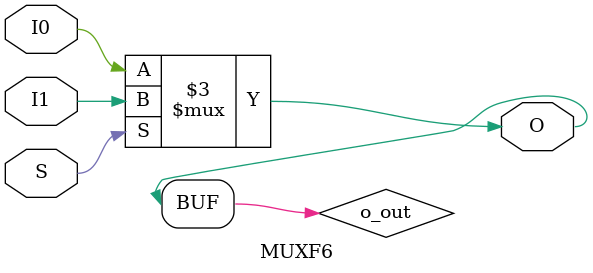
<source format=v>

/*

FUNCTION	: 2 to 1 Multiplexer for Carry Logic

*/

`celldefine
`timescale  100 ps / 10 ps

module MUXF6 (O, I0, I1, S);

    output O;
    reg    o_out;

    input  I0, I1, S;

    buf B1 (O, o_out);

	always @(I0 or I1 or S) begin
	    if (S)
		o_out <= I1;
	    else
		o_out <= I0;
	end

endmodule

</source>
